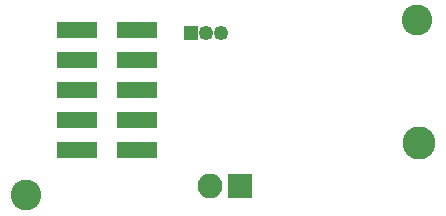
<source format=gbs>
%TF.GenerationSoftware,KiCad,Pcbnew,no-vcs-found-8182369~60~ubuntu16.04.1*%
%TF.CreationDate,2017-09-13T17:00:57+05:30*%
%TF.ProjectId,snap_rev1,736E61705F726576312E6B696361645F,rev?*%
%TF.SameCoordinates,Original*%
%TF.FileFunction,Soldermask,Bot*%
%TF.FilePolarity,Negative*%
%FSLAX46Y46*%
G04 Gerber Fmt 4.6, Leading zero omitted, Abs format (unit mm)*
G04 Created by KiCad (PCBNEW no-vcs-found-8182369~60~ubuntu16.04.1) date Wed Sep 13 17:00:57 2017*
%MOMM*%
%LPD*%
G01*
G04 APERTURE LIST*
%ADD10C,2.800000*%
%ADD11R,3.400000X1.400000*%
%ADD12R,1.250000X1.250000*%
%ADD13C,1.250000*%
%ADD14R,2.100000X2.100000*%
%ADD15O,2.100000X2.100000*%
%ADD16C,2.600000*%
G04 APERTURE END LIST*
D10*
%TO.C,D2*%
X81026000Y-59055000D03*
%TD*%
D11*
%TO.C,P1*%
X52090000Y-49530000D03*
X57130000Y-49530000D03*
X52090000Y-52070000D03*
X57130000Y-52070000D03*
X52090000Y-54610000D03*
X57130000Y-54610000D03*
X52090000Y-57150000D03*
X57130000Y-57150000D03*
X52090000Y-59690000D03*
X57130000Y-59690000D03*
%TD*%
D12*
%TO.C,J2*%
X61722000Y-49784000D03*
D13*
X62972000Y-49784000D03*
X64222000Y-49784000D03*
%TD*%
D14*
%TO.C,BT1*%
X65913000Y-62738000D03*
D15*
X63373000Y-62738000D03*
%TD*%
D16*
%TO.C,MK1*%
X80899000Y-48641000D03*
%TD*%
%TO.C,MK2*%
X47752000Y-63500000D03*
%TD*%
M02*

</source>
